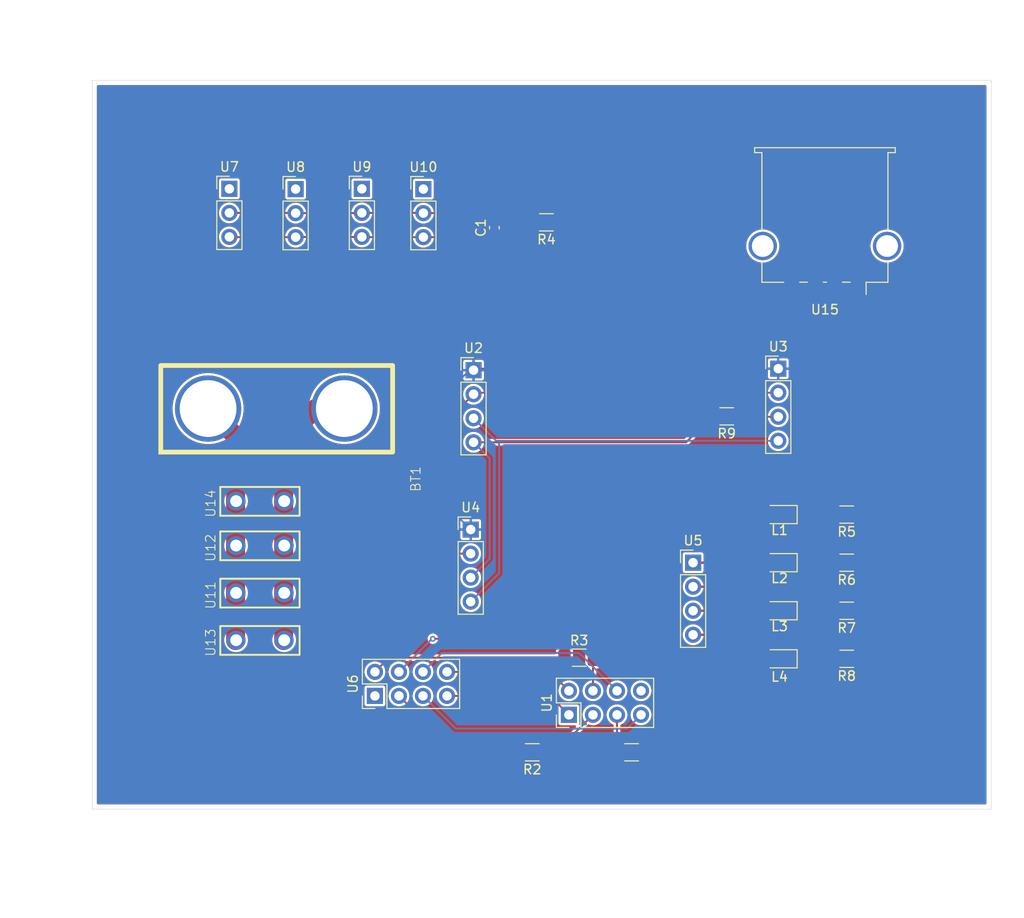
<source format=kicad_pcb>
(kicad_pcb (version 20221018) (generator pcbnew)
  (layers (0 "F.Cu" signal) (31 "B.Cu" signal) (34 "B.Paste" user) (35 "F.Paste" user) (36 "B.SilkS" user "B.Silkscreen") (37 "F.SilkS" user "F.Silkscreen") (38 "B.Mask" user) (39 "F.Mask" user) (44 "Edge.Cuts" user))
  (net 0 "")
  (net 1 "/POWER_VCC")
  (net 2 "/USB_VCC")
  (net 3 "Net-(L1-Pad1)")
  (net 4 "/LED1")
  (net 5 "Net-(L2-Pad1)")
  (net 6 "/LED2")
  (net 7 "Net-(L3-Pad1)")
  (net 8 "/LED3")
  (net 9 "Net-(L4-Pad1)")
  (net 10 "/LED4")
  (net 11 "/RASP_SPI_CLK")
  (net 12 "Net-(U1-CLK)")
  (net 13 "Net-(U1-MOSI)")
  (net 14 "/RASP_SPI_MOSI")
  (net 15 "Net-(U6-MISO)")
  (net 16 "/RASP_SPI_MISO")
  (net 17 "Net-(U15-VCC)")
  (net 18 "Net-(U3-SCL)")
  (net 19 "/SCL")
  (net 20 "/RASP_SPI_VCC")
  (net 21 "/RASP_SPI_GND")
  (net 22 "/CE0")
  (net 23 "/CE1")
  (net 25 "/GND")
  (net 26 "/VCC")
  (net 27 "/SDA")
  (footprint "Connector_PinHeader_2.54mm:PinHeader_2x04_P2.54mm_Vertical" (layer "F.Cu") (at 167.38 105.54 90)
    (fp_text reference "U6" (at 1.27 -2.33 90) (layer "F.SilkS"))
    (fp_text value "~")
    (fp_line (start -1.33 -1.33) (end 0 -1.33) (stroke (width 0.12)) (layer "F.SilkS"))
    (fp_line (start -1.33 0) (end -1.33 -1.33) (stroke (width 0.12)) (layer "F.SilkS"))
    (fp_line (start -1.33 1.27) (end -1.33 8.95) (stroke (width 0.12)) (layer "F.SilkS"))
    (fp_line (start -1.33 1.27) (end 1.27 1.27) (stroke (width 0.12)) (layer "F.SilkS"))
    (fp_line (start -1.33 8.95) (end 3.87 8.95) (stroke (width 0.12)) (layer "F.SilkS"))
    (fp_line (start 1.27 -1.33) (end 3.87 -1.33) (stroke (width 0.12)) (layer "F.SilkS"))
    (fp_line (start 1.27 1.27) (end 1.27 -1.33) (stroke (width 0.12)) (layer "F.SilkS"))
    (fp_line (start 3.87 -1.33) (end 3.87 8.95) (stroke (width 0.12)) (layer "F.SilkS"))
    (pad "1" thru_hole rect (at 0 0 90) (size 1.7 1.7) (drill 1) (layers "*.Cu" "*.Mask"))
    (pad "2" thru_hole oval (at 2.54 0 90) (size 1.7 1.7) (drill 1) (layers "*.Cu" "*.Mask") (net 15 "Net-(U6-MISO)"))
    (pad "3" thru_hole oval (at 0 2.54 90) (size 1.7 1.7) (drill 1) (layers "*.Cu" "*.Mask") (net 14 "/RASP_SPI_MOSI"))
    (pad "4" thru_hole oval (at 2.54 2.54 90) (size 1.7 1.7) (drill 1) (layers "*.Cu" "*.Mask") (net 11 "/RASP_SPI_CLK"))
    (pad "5" thru_hole oval (at 0 5.08 90) (size 1.7 1.7) (drill 1) (layers "*.Cu" "*.Mask") (net 23 "/CE1"))
    (pad "6" thru_hole oval (at 2.54 5.08 90) (size 1.7 1.7) (drill 1) (layers "*.Cu" "*.Mask") (net 22 "/CE0"))
    (pad "7" thru_hole oval (at 0 7.62 90) (size 1.7 1.7) (drill 1) (layers "*.Cu" "*.Mask") (net 20 "/RASP_SPI_VCC"))
    (pad "8" thru_hole oval (at 2.54 7.62 90) (size 1.7 1.7) (drill 1) (layers "*.Cu" "*.Mask") (net 21 "/RASP_SPI_GND"))
  )
  (footprint "Connector_PinHeader_2.54mm:PinHeader_1x04_P2.54mm_Vertical" (layer "F.Cu") (at 177.8 71.12)
    (fp_text reference "U2" (at 0 -2.33) (layer "F.SilkS"))
    (fp_text value "~")
    (fp_line (start -1.33 -1.33) (end 0 -1.33) (stroke (width 0.12)) (layer "F.SilkS"))
    (fp_line (start -1.33 0) (end -1.33 -1.33) (stroke (width 0.12)) (layer "F.SilkS"))
    (fp_line (start -1.33 1.27) (end -1.33 8.95) (stroke (width 0.12)) (layer "F.SilkS"))
    (fp_line (start -1.33 1.27) (end 1.33 1.27) (stroke (width 0.12)) (layer "F.SilkS"))
    (fp_line (start -1.33 8.95) (end 1.33 8.95) (stroke (width 0.12)) (layer "F.SilkS"))
    (fp_line (start 1.33 1.27) (end 1.33 8.95) (stroke (width 0.12)) (layer "F.SilkS"))
    (pad "1" thru_hole rect (at 0 0) (size 1.7 1.7) (drill 1) (layers "*.Cu" "*.Mask") (net 25 "/GND"))
    (pad "2" thru_hole oval (at 0 2.54) (size 1.7 1.7) (drill 1) (layers "*.Cu" "*.Mask") (net 26 "/VCC"))
    (pad "3" thru_hole oval (at 0 5.08) (size 1.7 1.7) (drill 1) (layers "*.Cu" "*.Mask") (net 27 "/SDA"))
    (pad "4" thru_hole oval (at 0 7.62) (size 1.7 1.7) (drill 1) (layers "*.Cu" "*.Mask") (net 19 "/SCL"))
  )
  (footprint "Connector_PinHeader_2.54mm:PinHeader_1x03_P2.54mm_Vertical" (layer "F.Cu") (at 152 51.96)
    (fp_text reference "U7" (at 0 -2.33) (layer "F.SilkS"))
    (fp_text value "~")
    (fp_line (start -1.33 -1.33) (end 0 -1.33) (stroke (width 0.12)) (layer "F.SilkS"))
    (fp_line (start -1.33 0) (end -1.33 -1.33) (stroke (width 0.12)) (layer "F.SilkS"))
    (fp_line (start -1.33 1.27) (end -1.33 6.41) (stroke (width 0.12)) (layer "F.SilkS"))
    (fp_line (start -1.33 1.27) (end 1.33 1.27) (stroke (width 0.12)) (layer "F.SilkS"))
    (fp_line (start -1.33 6.41) (end 1.33 6.41) (stroke (width 0.12)) (layer "F.SilkS"))
    (fp_line (start 1.33 1.27) (end 1.33 6.41) (stroke (width 0.12)) (layer "F.SilkS"))
    (pad "1" thru_hole rect (at 0 0) (size 1.7 1.7) (drill 1) (layers "*.Cu" "*.Mask"))
    (pad "2" thru_hole oval (at 0 2.54) (size 1.7 1.7) (drill 1) (layers "*.Cu" "*.Mask") (net 2 "/USB_VCC"))
    (pad "3" thru_hole oval (at 0 5.08) (size 1.7 1.7) (drill 1) (layers "*.Cu" "*.Mask") (net 1 "/POWER_VCC"))
  )
  (footprint "Resistor_SMD:R_1206_3216Metric_Pad1.30x1.75mm_HandSolder" (layer "F.Cu") (at 217.23 91.46 180)
    (fp_text reference "R6" (at 0 -1.82) (layer "F.SilkS"))
    (fp_text value "R")
    (fp_line (start -0.727064 -0.91) (end 0.727064 -0.91) (stroke (width 0.12)) (layer "F.SilkS"))
    (fp_line (start -0.727064 0.91) (end 0.727064 0.91) (stroke (width 0.12)) (layer "F.SilkS"))
    (pad "1" smd roundrect (at -1.55 0 180) (size 1.3 1.75) (layers "F.Cu" "F.Paste" "F.Mask") (roundrect_rratio 0.1923076923) (net 2 "/USB_VCC"))
    (pad "2" smd roundrect (at 1.55 0 180) (size 1.3 1.75) (layers "F.Cu" "F.Paste" "F.Mask") (roundrect_rratio 0.1923076923) (net 5 "Net-(L2-Pad1)"))
  )
  (footprint "Connector_PinHeader_2.54mm:PinHeader_2x04_P2.54mm_Vertical" (layer "F.Cu") (at 187.88 107.54 90)
    (fp_text reference "U1" (at 1.27 -2.33 90) (layer "F.SilkS"))
    (fp_text value "~")
    (fp_line (start -1.33 -1.33) (end 0 -1.33) (stroke (width 0.12)) (layer "F.SilkS"))
    (fp_line (start -1.33 0) (end -1.33 -1.33) (stroke (width 0.12)) (layer "F.SilkS"))
    (fp_line (start -1.33 1.27) (end -1.33 8.95) (stroke (width 0.12)) (layer "F.SilkS"))
    (fp_line (start -1.33 1.27) (end 1.27 1.27) (stroke (width 0.12)) (layer "F.SilkS"))
    (fp_line (start -1.33 8.95) (end 3.87 8.95) (stroke (width 0.12)) (layer "F.SilkS"))
    (fp_line (start 1.27 -1.33) (end 3.87 -1.33) (stroke (width 0.12)) (layer "F.SilkS"))
    (fp_line (start 1.27 1.27) (end 1.27 -1.33) (stroke (width 0.12)) (layer "F.SilkS"))
    (fp_line (start 3.87 -1.33) (end 3.87 8.95) (stroke (width 0.12)) (layer "F.SilkS"))
    (pad "1" thru_hole rect (at 0 0 90) (size 1.7 1.7) (drill 1) (layers "*.Cu" "*.Mask") (net 20 "/RASP_SPI_VCC"))
    (pad "2" thru_hole oval (at 2.54 0 90) (size 1.7 1.7) (drill 1) (layers "*.Cu" "*.Mask") (net 21 "/RASP_SPI_GND"))
    (pad "3" thru_hole oval (at 0 2.54 90) (size 1.7 1.7) (drill 1) (layers "*.Cu" "*.Mask") (net 13 "Net-(U1-MOSI)"))
    (pad "4" thru_hole oval (at 2.54 2.54 90) (size 1.7 1.7) (drill 1) (layers "*.Cu" "*.Mask") (net 16 "/RASP_SPI_MISO"))
    (pad "5" thru_hole oval (at 0 5.08 90) (size 1.7 1.7) (drill 1) (layers "*.Cu" "*.Mask") (net 12 "Net-(U1-CLK)"))
    (pad "6" thru_hole oval (at 2.54 5.08 90) (size 1.7 1.7) (drill 1) (layers "*.Cu" "*.Mask") (net 22 "/CE0"))
    (pad "7" thru_hole oval (at 0 7.62 90) (size 1.7 1.7) (drill 1) (layers "*.Cu" "*.Mask") (net 23 "/CE1"))
    (pad "8" thru_hole oval (at 2.54 7.62 90) (size 1.7 1.7) (drill 1) (layers "*.Cu" "*.Mask"))
  )
  (footprint "Connector_USB:USB_A_TE_292303-7_Horizontal" (layer "F.Cu") (at 214.93 55.3 180)
    (fp_text reference "U15" (at 0 -9.42) (layer "F.SilkS"))
    (fp_text value "~")
    (fp_line (start -7.43 7.17) (end -7.43 7.69) (stroke (width 0.12)) (layer "F.SilkS"))
    (fp_line (start -7.43 7.69) (end 7.43 7.69) (stroke (width 0.12)) (layer "F.SilkS"))
    (fp_line (start -6.66 -6.53) (end -6.66 -4.46) (stroke (width 0.12)) (layer "F.SilkS"))
    (fp_line (start -6.66 -6.53) (end -4.35 -6.53) (stroke (width 0.12)) (layer "F.SilkS"))
    (fp_line (start -6.66 7.17) (end -7.43 7.17) (stroke (width 0.12)) (layer "F.SilkS"))
    (fp_line (start -6.66 7.17) (end -6.66 -0.94) (stroke (width 0.12)) (layer "F.SilkS"))
    (fp_line (start -4.35 -7.82) (end -4.35 -6.53) (stroke (width 0.12)) (layer "F.SilkS"))
    (fp_line (start -2.67 -6.52) (end -1.85 -6.52) (stroke (width 0.12)) (layer "F.SilkS"))
    (fp_line (start -0.17 -6.52) (end 0.17 -6.52) (stroke (width 0.12)) (layer "F.SilkS"))
    (fp_line (start 1.85 -6.52) (end 2.67 -6.52) (stroke (width 0.12)) (layer "F.SilkS"))
    (fp_line (start 4.35 -6.53) (end 6.66 -6.53) (stroke (width 0.12)) (layer "F.SilkS"))
    (fp_line (start 6.66 -6.53) (end 6.66 -4.46) (stroke (width 0.12)) (layer "F.SilkS"))
    (fp_line (start 6.66 -0.94) (end 6.66 7.17) (stroke (width 0.12)) (layer "F.SilkS"))
    (fp_line (start 7.43 7.17) (end 6.66 7.17) (stroke (width 0.12)) (layer "F.SilkS"))
    (fp_line (start 7.43 7.69) (end 7.43 7.17) (stroke (width 0.12)) (layer "F.SilkS"))
    (pad "1" smd rect (at -3.5 -6.38 180) (size 1.25 3) (layers "F.Cu" "F.Paste" "F.Mask") (net 1 "/POWER_VCC"))
    (pad "2" smd rect (at -1 -6.38 180) (size 1.25 3) (layers "F.Cu" "F.Paste" "F.Mask"))
    (pad "3" smd rect (at 1 -6.38 180) (size 1.25 3) (layers "F.Cu" "F.Paste" "F.Mask"))
    (pad "4" smd rect (at 3.5 -6.38 180) (size 1.25 3) (layers "F.Cu" "F.Paste" "F.Mask") (net 17 "Net-(U15-VCC)"))
    (pad "5" thru_hole circle (at -6.57 -2.7 180) (size 3 3) (drill 2.3) (layers "*.Cu" "*.Mask"))
    (pad "5" thru_hole circle (at 6.57 -2.7 180) (size 3 3) (drill 2.3) (layers "*.Cu" "*.Mask"))
  )
  (footprint "Resistor_SMD:R_1206_3216Metric_Pad1.30x1.75mm_HandSolder" (layer "F.Cu") (at 217.23 86.38 180)
    (fp_text reference "R5" (at 0 -1.82) (layer "F.SilkS"))
    (fp_text value "R")
    (fp_line (start -0.727064 -0.91) (end 0.727064 -0.91) (stroke (width 0.12)) (layer "F.SilkS"))
    (fp_line (start -0.727064 0.91) (end 0.727064 0.91) (stroke (width 0.12)) (layer "F.SilkS"))
    (pad "1" smd roundrect (at -1.55 0 180) (size 1.3 1.75) (layers "F.Cu" "F.Paste" "F.Mask") (roundrect_rratio 0.1923076923) (net 2 "/USB_VCC"))
    (pad "2" smd roundrect (at 1.55 0 180) (size 1.3 1.75) (layers "F.Cu" "F.Paste" "F.Mask") (roundrect_rratio 0.1923076923) (net 3 "Net-(L1-Pad1)"))
  )
  (footprint "LED_SMD:LED_0805_2012Metric_Pad1.15x1.40mm_HandSolder" (layer "F.Cu") (at 210.135 96.54 180)
    (fp_text reference "L3" (at 0 -1.65) (layer "F.SilkS"))
    (fp_text value "R")
    (fp_line (start -1.86 -0.96) (end -1.86 0.96) (stroke (width 0.12)) (layer "F.SilkS"))
    (fp_line (start -1.86 0.96) (end 1 0.96) (stroke (width 0.12)) (layer "F.SilkS"))
    (fp_line (start 1 -0.96) (end -1.86 -0.96) (stroke (width 0.12)) (layer "F.SilkS"))
    (pad "1" smd roundrect (at -1.025 0 180) (size 1.15 1.4) (layers "F.Cu" "F.Paste" "F.Mask") (roundrect_rratio 0.2173913043) (net 7 "Net-(L3-Pad1)"))
    (pad "2" smd roundrect (at 1.025 0 180) (size 1.15 1.4) (layers "F.Cu" "F.Paste" "F.Mask") (roundrect_rratio 0.2173913043) (net 8 "/LED3"))
  )
  (footprint "Battery:awg10" (layer "F.Cu") (at 164.75 73.375 90)
    (fp_text reference "BT1" (at -9.245 6.945 90 unlocked) (layer "F.SilkS") (effects (font (thickness 0.1))))
    (fp_text value "Battery")
    (fp_rect (start -6.4 -20) (end 2.75 4.5) (stroke (width 0.5)) (fill none) (layer "F.SilkS"))
    (pad "1" thru_hole circle (at -1.8 -15 90) (size 7 7) (drill 6) (layers "*.Cu" "*.Mask") (net 1 "/POWER_VCC"))
    (pad "2" thru_hole circle (at -1.8 -0.6 90) (size 7 7) (drill 6) (layers "*.Cu" "*.Mask") (net 1 "/POWER_VCC"))
  )
  (footprint "LED_SMD:LED_0805_2012Metric_Pad1.15x1.40mm_HandSolder" (layer "F.Cu") (at 210.135 86.38 180)
    (fp_text reference "L1" (at 0 -1.65) (layer "F.SilkS"))
    (fp_text value "R")
    (fp_line (start -1.86 -0.96) (end -1.86 0.96) (stroke (width 0.12)) (layer "F.SilkS"))
    (fp_line (start -1.86 0.96) (end 1 0.96) (stroke (width 0.12)) (layer "F.SilkS"))
    (fp_line (start 1 -0.96) (end -1.86 -0.96) (stroke (width 0.12)) (layer "F.SilkS"))
    (pad "1" smd roundrect (at -1.025 0 180) (size 1.15 1.4) (layers "F.Cu" "F.Paste" "F.Mask") (roundrect_rratio 0.2173913043) (net 3 "Net-(L1-Pad1)"))
    (pad "2" smd roundrect (at 1.025 0 180) (size 1.15 1.4) (layers "F.Cu" "F.Paste" "F.Mask") (roundrect_rratio 0.2173913043) (net 4 "/LED1"))
  )
  (footprint "eso_power:eso_power" (layer "F.Cu") (at 162.8182 92.1569 90)
    (fp_text reference "U11" (at -2.7432 -12.8016 90 unlocked) (layer "F.SilkS") (effects (font (thickness 0.1))))
    (fp_text value "~")
    (fp_rect (start -4.0416 -11.782) (end -1 -3.4) (stroke (width 0.2)) (fill none) (layer "F.SilkS"))
    (pad "1" thru_hole circle (at -2.4954 -10.1056 90) (size 2 2) (drill 1.25) (layers "*.Cu" "*.Mask" "F.Paste") (net 1 "/POWER_VCC"))
    (pad "2" thru_hole circle (at -2.4954 -5.0256 90) (size 2 2) (drill 1.25) (layers "*.Cu" "*.Mask" "F.Paste") (net 1 "/POWER_VCC"))
  )
  (footprint "Connector_PinHeader_2.54mm:PinHeader_1x03_P2.54mm_Vertical" (layer "F.Cu") (at 166 51.96)
    (fp_text reference "U9" (at 0 -2.33) (layer "F.SilkS"))
    (fp_text value "~")
    (fp_line (start -1.33 -1.33) (end 0 -1.33) (stroke (width 0.12)) (layer "F.SilkS"))
    (fp_line (start -1.33 0) (end -1.33 -1.33) (stroke (width 0.12)) (layer "F.SilkS"))
    (fp_line (start -1.33 1.27) (end -1.33 6.41) (stroke (width 0.12)) (layer "F.SilkS"))
    (fp_line (start -1.33 1.27) (end 1.33 1.27) (stroke (width 0.12)) (layer "F.SilkS"))
    (fp_line (start -1.33 6.41) (end 1.33 6.41) (stroke (width 0.12)) (layer "F.SilkS"))
    (fp_line (start 1.33 1.27) (end 1.33 6.41) (stroke (width 0.12)) (layer "F.SilkS"))
    (pad "1" thru_hole rect (at 0 0) (size 1.7 1.7) (drill 1) (layers "*.Cu" "*.Mask"))
    (pad "2" thru_hole oval (at 0 2.54) (size 1.7 1.7) (drill 1) (layers "*.Cu" "*.Mask") (net 2 "/USB_VCC"))
    (pad "3" thru_hole oval (at 0 5.08) (size 1.7 1.7) (drill 1) (layers "*.Cu" "*.Mask") (net 1 "/POWER_VCC"))
  )
  (footprint "Resistor_SMD:R_1206_3216Metric_Pad1.30x1.75mm_HandSolder" (layer "F.Cu") (at 185.5 55.5 180)
    (fp_text reference "R4" (at 0 -1.82) (layer "F.SilkS"))
    (fp_text value "R")
    (fp_line (start -0.727064 -0.91) (end 0.727064 -0.91) (stroke (width 0.12)) (layer "F.SilkS"))
    (fp_line (start -0.727064 0.91) (end 0.727064 0.91) (stroke (width 0.12)) (layer "F.SilkS"))
    (pad "1" smd roundrect (at -1.55 0 180) (size 1.3 1.75) (layers "F.Cu" "F.Paste" "F.Mask") (roundrect_rratio 0.1923076923) (net 17 "Net-(U15-VCC)"))
    (pad "2" smd roundrect (at 1.55 0 180) (size 1.3 1.75) (layers "F.Cu" "F.Paste" "F.Mask") (roundrect_rratio 0.1923076923) (net 2 "/USB_VCC"))
  )
  (footprint "Connector_PinHeader_2.54mm:PinHeader_1x04_P2.54mm_Vertical" (layer "F.Cu") (at 177.5 87.96)
    (fp_text reference "U4" (at 0 -2.33) (layer "F.SilkS"))
    (fp_text value "~")
    (fp_line (start -1.33 -1.33) (end 0 -1.33) (stroke (width 0.12)) (layer "F.SilkS"))
    (fp_line (start -1.33 0) (end -1.33 -1.33) (stroke (width 0.12)) (layer "F.SilkS"))
    (fp_line (start -1.33 1.27) (end -1.33 8.95) (stroke (width 0.12)) (layer "F.SilkS"))
    (fp_line (start -1.33 1.27) (end 1.33 1.27) (stroke (width 0.12)) (layer "F.SilkS"))
    (fp_line (start -1.33 8.95) (end 1.33 8.95) (stroke (width 0.12)) (layer "F.SilkS"))
    (fp_line (start 1.33 1.27) (end 1.33 8.95) (stroke (width 0.12)) (layer "F.SilkS"))
    (pad "1" thru_hole rect (at 0 0) (size 1.7 1.7) (drill 1) (layers "*.Cu" "*.Mask") (net 25 "/GND"))
    (pad "2" thru_hole oval (at 0 2.54) (size 1.7 1.7) (drill 1) (layers "*.Cu" "*.Mask") (net 26 "/VCC"))
    (pad "3" thru_hole oval (at 0 5.08) (size 1.7 1.7) (drill 1) (layers "*.Cu" "*.Mask") (net 19 "/SCL"))
    (pad "4" thru_hole oval (at 0 7.62) (size 1.7 1.7) (drill 1) (layers "*.Cu" "*.Mask") (net 27 "/SDA"))
  )
  (footprint "eso_power:eso_power" (layer "F.Cu") (at 162.8182 82.46 90)
    (fp_text reference "U14" (at -2.7432 -12.8016 90 unlocked) (layer "F.SilkS") (effects (font (thickness 0.1))))
    (fp_text value "~")
    (fp_rect (start -4.0416 -11.782) (end -1 -3.4) (stroke (width 0.2)) (fill none) (layer "F.SilkS"))
    (pad "1" thru_hole circle (at -2.4954 -10.1056 90) (size 2 2) (drill 1.25) (layers "*.Cu" "*.Mask" "F.Paste") (net 1 "/POWER_VCC"))
    (pad "2" thru_hole circle (at -2.4954 -5.0256 90) (size 2 2) (drill 1.25) (layers "*.Cu" "*.Mask" "F.Paste") (net 1 "/POWER_VCC"))
  )
  (footprint "LED_SMD:LED_0805_2012Metric_Pad1.15x1.40mm_HandSolder" (layer "F.Cu") (at 210.135 101.62 180)
    (fp_text reference "L4" (at 0 -1.905) (layer "F.SilkS"))
    (fp_text value "R")
    (fp_line (start -1.86 -0.96) (end -1.86 0.96) (stroke (width 0.12)) (layer "F.SilkS"))
    (fp_line (start -1.86 0.96) (end 1 0.96) (stroke (width 0.12)) (layer "F.SilkS"))
    (fp_line (start 1 -0.96) (end -1.86 -0.96) (stroke (width 0.12)) (layer "F.SilkS"))
    (pad "1" smd roundrect (at -1.025 0 180) (size 1.15 1.4) (layers "F.Cu" "F.Paste" "F.Mask") (roundrect_rratio 0.2173913043) (net 9 "Net-(L4-Pad1)"))
    (pad "2" smd roundrect (at 1.025 0 180) (size 1.15 1.4) (layers "F.Cu" "F.Paste" "F.Mask") (roundrect_rratio 0.2173913043) (net 10 "/LED4"))
  )
  (footprint "Connector_PinHeader_2.54mm:PinHeader_1x04_P2.54mm_Vertical" (layer "F.Cu") (at 210 70.96)
    (fp_text reference "U3" (at 0 -2.33) (layer "F.SilkS"))
    (fp_text value "~")
    (fp_line (start -1.33 -1.33) (end 0 -1.33) (stroke (width 0.12)) (layer "F.SilkS"))
    (fp_line (start -1.33 0) (end -1.33 -1.33) (stroke (width 0.12)) (layer "F.SilkS"))
    (fp_line (start -1.33 1.27) (end -1.33 8.95) (stroke (width 0.12)) (layer "F.SilkS"))
    (fp_line (start -1.33 1.27) (end 1.33 1.27) (stroke (width 0.12)) (layer "F.SilkS"))
    (fp_line (start -1.33 8.95) (end 1.33 8.95) (stroke (width 0.12)) (layer "F.SilkS"))
    (fp_line (start 1.33 1.27) (end 1.33 8.95) (stroke (width 0.12)) (layer "F.SilkS"))
    (pad "1" thru_hole rect (at 0 0) (size 1.7 1.7) (drill 1) (layers "*.Cu" "*.Mask") (net 25 "/GND"))
    (pad "2" thru_hole oval (at 0 2.54) (size 1.7 1.7) (drill 1) (layers "*.Cu" "*.Mask") (net 26 "/VCC"))
    (pad "3" thru_hole oval (at 0 5.08) (size 1.7 1.7) (drill 1) (layers "*.Cu" "*.Mask") (net 18 "Net-(U3-SCL)"))
    (pad "4" thru_hole oval (at 0 7.62) (size 1.7 1.7) (drill 1) (layers "*.Cu" "*.Mask") (net 27 "/SDA"))
  )
  (footprint "eso_power:eso_power" (layer "F.Cu") (at 162.8182 97.1569 90)
    (fp_text reference "U13" (at -2.7432 -12.8016 90 unlocked) (layer "F.SilkS") (effects (font (thickness 0.1))))
    (fp_text value "~")
    (fp_rect (start -4.0416 -11.782) (end -1 -3.4) (stroke (width 0.2)) (fill none) (layer "F.SilkS"))
    (pad "1" thru_hole circle (at -2.4954 -10.1056 90) (size 2 2) (drill 1.25) (layers "*.Cu" "*.Mask" "F.Paste") (net 1 "/POWER_VCC"))
    (pad "2" thru_hole circle (at -2.4954 -5.0256 90) (size 2 2) (drill 1.25) (layers "*.Cu" "*.Mask" "F.Paste") (net 1 "/POWER_VCC"))
  )
  (footprint "Resistor_SMD:R_1206_3216Metric_Pad1.30x1.75mm_HandSolder" (layer "F.Cu") (at 184 111.5 180)
    (fp_text reference "R2" (at 0 -1.82) (layer "F.SilkS"))
    (fp_text value "R")
    (fp_line (start -0.727064 -0.91) (end 0.727064 -0.91) (stroke (width 0.12)) (layer "F.SilkS"))
    (fp_line (start -0.727064 0.91) (end 0.727064 0.91) (stroke (width 0.12)) (layer "F.SilkS"))
    (pad "1" smd roundrect (at -1.55 0 180) (size 1.3 1.75) (layers "F.Cu" "F.Paste" "F.Mask") (roundrect_rratio 0.1923076923) (net 13 "Net-(U1-MOSI)"))
    (pad "2" smd roundrect (at 1.55 0 180) (size 1.3 1.75) (layers "F.Cu" "F.Paste" "F.Mask") (roundrect_rratio 0.1923076923) (net 14 "/RASP_SPI_MOSI"))
  )
  (footprint "Connector_PinHeader_2.54mm:PinHeader_1x03_P2.54mm_Vertical" (layer "F.Cu") (at 172.5 51.985)
    (fp_text reference "U10" (at 0 -2.33) (layer "F.SilkS"))
    (fp_text value "~")
    (fp_line (start -1.33 -1.33) (end 0 -1.33) (stroke (width 0.12)) (layer "F.SilkS"))
    (fp_line (start -1.33 0) (end -1.33 -1.33) (stroke (width 0.12)) (layer "F.SilkS"))
    (fp_line (start -1.33 1.27) (end -1.33 6.41) (stroke (width 0.12)) (layer "F.SilkS"))
    (fp_line (start -1.33 1.27) (end 1.33 1.27) (stroke (width 0.12)) (layer "F.SilkS"))
    (fp_line (start -1.33 6.41) (end 1.33 6.41) (stroke (width 0.12)) (layer "F.SilkS"))
    (fp_line (start 1.33 1.27) (end 1.33 6.41) (stroke (width 0.12)) (layer "F.SilkS"))
    (pad "1" thru_hole rect (at 0 0) (size 1.7 1.7) (drill 1) (layers "*.Cu" "*.Mask"))
    (pad "2" thru_hole oval (at 0 2.54) (size 1.7 1.7) (drill 1) (layers "*.Cu" "*.Mask") (net 2 "/USB_VCC"))
    (pad "3" thru_hole oval (at 0 5.08) (size 1.7 1.7) (drill 1) (layers "*.Cu" "*.Mask") (net 1 "/POWER_VCC"))
  )
  (footprint "eso_power:eso_power" (layer "F.Cu") (at 162.8182 87.1569 90)
    (fp_text reference "U12" (at -2.7432 -12.8016 90 unlocked) (layer "F.SilkS") (effects (font (thickness 0.1))))
    (fp_text value "~")
    (fp_rect (start -4.0416 -11.782) (end -1 -3.4) (stroke (width 0.2)) (fill none) (layer "F.SilkS"))
    (pad "1" thru_hole circle (at -2.4954 -10.1056 90) (size 2 2) (drill 1.25) (layers "*.Cu" "*.Mask" "F.Paste") (net 1 "/POWER_VCC"))
    (pad "2" thru_hole circle (at -2.4954 -5.0256 90) (size 2 2) (drill 1.25) (layers "*.Cu" "*.Mask" "F.Paste") (net 1 "/POWER_VCC"))
  )
  (footprint "Connector_PinHeader_2.54mm:PinHeader_1x04_P2.54mm_Vertical" (layer "F.Cu") (at 201 91.46)
    (fp_text reference "U5" (at 0 -2.33) (layer "F.SilkS"))
    (fp_text value "~")
    (fp_line (start -1.33 -1.33) (end 0 -1.33) (stroke (width 0.12)) (layer "F.SilkS"))
    (fp_line (start -1.33 0) (end -1.33 -1.33) (stroke (width 0.12)) (layer "F.SilkS"))
    (fp_line (start -1.33 1.27) (end -1.33 8.95) (stroke (width 0.12)) (layer "F.SilkS"))
    (fp_line (start -1.33 1.27) (end 1.33 1.27) (stroke (width 0.12)) (layer "F.SilkS"))
    (fp_line (start -1.33 8.95) (end 1.33 8.95) (stroke (width 0.12)) (layer "F.SilkS"))
    (fp_line (start 1.33 1.27) (end 1.33 8.95) (stroke (width 0.12)) (layer "F.SilkS"))
    (pad "1" thru_hole rect (at 0 0) (size 1.7 1.7) (drill 1) (layers "*.Cu" "*.Mask") (net 4 "/LED1"))
    (pad "2" thru_hole oval (at 0 2.54) (size 1.7 1.7) (drill 1) (layers "*.Cu" "*.Mask") (net 6 "/LED2"))
    (pad "3" thru_hole oval (at 0 5.08) (size 1.7 1.7) (drill 1) (layers "*.Cu" "*.Mask") (net 8 "/LED3"))
    (pad "4" thru_hole oval (at 0 7.62) (size 1.7 1.7) (drill 1) (layers "*.Cu" "*.Mask") (net 10 "/LED4"))
  )
  (footprint "Resistor_SMD:R_1206_3216Metric_Pad1.30x1.75mm_HandSolder" (layer "F.Cu") (at 188.96 101.5)
    (fp_text reference "R3" (at 0 -1.82) (layer "F.SilkS"))
    (fp_text value "R")
    (fp_line (start -0.727064 -0.91) (end 0.727064 -0.91) (stroke (width 0.12)) (layer "F.SilkS"))
    (fp_line (start -0.727064 0.91) (end 0.727064 0.91) (stroke (width 0.12)) (layer "F.SilkS"))
    (pad "1" smd roundrect (at -1.55 0) (size 1.3 1.75) (layers "F.Cu" "F.Paste" "F.Mask") (roundrect_rratio 0.1923076923) (net 15 "Net-(U6-MISO)"))
    (pad "2" smd roundrect (at 1.55 0) (size 1.3 1.75) (layers "F.Cu" "F.Paste" "F.Mask") (roundrect_rratio 0.1923076923) (net 16 "/RASP_SPI_MISO"))
  )
  (footprint "Capacitor_SMD:C_0603_1608Metric" (layer "F.Cu") (at 180 56.065 90)
    (fp_text reference "C1" (at 0 -1.43 90) (layer "F.SilkS"))
    (fp_text value "C")
    (fp_line (start -0.14058 -0.51) (end 0.14058 -0.51) (stroke (width 0.12)) (layer "F.SilkS"))
    (fp_line (start -0.14058 0.51) (end 0.14058 0.51) (stroke (width 0.12)) (layer "F.SilkS"))
    (pad "1" smd roundrect (at -0.775 0 90) (size 0.9 0.95) (layers "F.Cu" "F.Paste" "F.Mask") (net 1 "/POWER_VCC"))
    (pad "2" smd roundrect (at 0.775 0 90) (size 0.9 0.95) (layers "F.Cu" "F.Paste" "F.Mask") (net 2 "/USB_VCC"))
  )
  (footprint "Connector_PinHeader_2.54mm:PinHeader_1x03_P2.54mm_Vertical" (layer "F.Cu") (at 159 51.985)
    (fp_text reference "U8" (at 0 -2.33) (layer "F.SilkS"))
    (fp_text value "~")
    (fp_line (start -1.33 -1.33) (end 0 -1.33) (stroke (width 0.12)) (layer "F.SilkS"))
    (fp_line (start -1.33 0) (end -1.33 -1.33) (stroke (width 0.12)) (layer "F.SilkS"))
    (fp_line (start -1.33 1.27) (end -1.33 6.41) (stroke (width 0.12)) (layer "F.SilkS"))
    (fp_line (start -1.33 1.27) (end 1.33 1.27) (stroke (width 0.12)) (layer "F.SilkS"))
    (fp_line (start -1.33 6.41) (end 1.33 6.41) (stroke (width 0.12)) (layer "F.SilkS"))
    (fp_line (start 1.33 1.27) (end 1.33 6.41) (stroke (width 0.12)) (layer "F.SilkS"))
    (pad "1" thru_hole rect (at 0 0) (size 1.7 1.7) (drill 1) (layers "*.Cu" "*.Mask"))
    (pad "2" thru_hole oval (at 0 2.54) (size 1.7 1.7) (drill 1) (layers "*.Cu" "*.Mask") (net 2 "/USB_VCC"))
    (pad "3" thru_hole oval (at 0 5.08) (size 1.7 1.7) (drill 1) (layers "*.Cu" "*.Mask") (net 1 "/POWER_VCC"))
  )
  (footprint "Resistor_SMD:R_1206_3216Metric_Pad1.30x1.75mm_HandSolder" (layer "F.Cu") (at 204.55 76 180)
    (fp_text reference "R9" (at 0 -1.82) (layer "F.SilkS"))
    (fp_text value "R")
    (fp_line (start -0.727064 -0.91) (end 0.727064 -0.91) (stroke (width 0.12)) (layer "F.SilkS"))
    (fp_line (start -0.727064 0.91) (end 0.727064 0.91) (stroke (width 0.12)) (layer "F.SilkS"))
    (pad "1" smd roundrect (at -1.55 0 180) (size 1.3 1.75) (layers "F.Cu" "F.Paste" "F.Mask") (roundrect_rratio 0.1923076923) (net 18 "Net-(U3-SCL)"))
    (pad "2" smd roundrect (at 1.55 0 180) (size 1.3 1.75) (layers "F.Cu" "F.Paste" "F.Mask") (roundrect_rratio 0.1923076923) (net 19 "/SCL"))
  )
  (footprint "LED_SMD:LED_0805_2012Metric_Pad1.15x1.40mm_HandSolder" (layer "F.Cu") (at 210.135 91.46 180)
    (fp_text reference "L2" (at 0 -1.65) (layer "F.SilkS"))
    (fp_text value "R")
    (fp_line (start -1.86 -0.96) (end -1.86 0.96) (stroke (width 0.12)) (layer "F.SilkS"))
    (fp_line (start -1.86 0.96) (end 1 0.96) (stroke (width 0.12)) (layer "F.SilkS"))
    (fp_line (start 1 -0.96) (end -1.86 -0.96) (stroke (width 0.12)) (layer "F.SilkS"))
    (pad "1" smd roundrect (at -1.025 0 180) (size 1.15 1.4) (layers "F.Cu" "F.Paste" "F.Mask") (roundrect_rratio 0.2173913043) (net 5 "Net-(L2-Pad1)"))
    (pad "2" smd roundrect (at 1.025 0 180) (size 1.15 1.4) (layers "F.Cu" "F.Paste" "F.Mask") (roundrect_rratio 0.2173913043) (net 6 "/LED2"))
  )
  (footprint "Resistor_SMD:R_1206_3216Metric_Pad1.30x1.75mm_HandSolder" (layer "F.Cu") (at 217.23 96.54 180)
    (fp_text reference "R7" (at 0 -1.82) (layer "F.SilkS"))
    (fp_text value "R")
    (fp_line (start -0.727064 -0.91) (end 0.727064 -0.91) (stroke (width 0.12)) (layer "F.SilkS"))
    (fp_line (start -0.727064 0.91) (end 0.727064 0.91) (stroke (width 0.12)) (layer "F.SilkS"))
    (pad "1" smd roundrect (at -1.55 0 180) (size 1.3 1.75) (layers "F.Cu" "F.Paste" "F.Mask") (roundrect_rratio 0.1923076923) (net 2 "/USB_VCC"))
    (pad "2" smd roundrect (at 1.55 0 180) (size 1.3 1.75) (layers "F.Cu" "F.Paste" "F.Mask") (roundrect_rratio 0.1923076923) (net 7 "Net-(L3-Pad1)"))
  )
  (footprint "Resistor_SMD:R_1206_3216Metric_Pad1.30x1.75mm_HandSolder" (layer "F.Cu") (at 217.23 101.62 180)
    (fp_text reference "R8" (at 0 -1.82) (layer "F.SilkS"))
    (fp_text value "R")
    (fp_line (start -0.727064 -0.91) (end 0.727064 -0.91) (stroke (width 0.12)) (layer "F.SilkS"))
    (fp_line (start -0.727064 0.91) (end 0.727064 0.91) (stroke (width 0.12)) (layer "F.SilkS"))
    (pad "1" smd roundrect (at -1.55 0 180) (size 1.3 1.75) (layers "F.Cu" "F.Paste" "F.Mask") (roundrect_rratio 0.1923076923) (net 2 "/USB_VCC"))
    (pad "2" smd roundrect (at 1.55 0 180) (size 1.3 1.75) (layers "F.Cu" "F.Paste" "F.Mask") (roundrect_rratio 0.1923076923) (net 9 "Net-(L4-Pad1)"))
  )
  (footprint "Resistor_SMD:R_1206_3216Metric_Pad1.30x1.75mm_HandSolder" (layer "F.Cu") (at 194.5 111.5 180)
    (fp_text reference "R1" hide)
    (fp_text value "R")
    (fp_line (start -0.727064 -0.91) (end 0.727064 -0.91) (stroke (width 0.12)) (layer "F.SilkS"))
    (fp_line (start -0.727064 0.91) (end 0.727064 0.91) (stroke (width 0.12)) (layer "F.SilkS"))
    (pad "1" smd roundrect (at -1.55 0 180) (size 1.3 1.75) (layers "F.Cu" "F.Paste" "F.Mask") (roundrect_rratio 0.1923076923) (net 11 "/RASP_SPI_CLK"))
    (pad "2" smd roundrect (at 1.55 0 180) (size 1.3 1.75) (layers "F.Cu" "F.Paste" "F.Mask") (roundrect_rratio 0.1923076923) (net 12 "Net-(U1-CLK)"))
  )
  (gr_line (start 137.5 40.5) (end 232.5 40.5) (stroke (width 0.05)) (layer "Edge.Cuts"))
  (gr_line (start 232.5 40.5) (end 232.5 117.5) (stroke (width 0.05)) (layer "Edge.Cuts"))
  (gr_line (start 137.5 40.5) (end 137.5 117.5) (stroke (width 0.05)) (layer "Edge.Cuts"))
  (gr_line (start 137.5 117.5) (end 232.5 117.5) (stroke (width 0.05)) (layer "Edge.Cuts"))
  (segment (start 166 57.04) (end 159.025 57.04) (width 0.2) (layer "F.Cu") (net 1))
  (segment (start 179.775 57.065) (end 172.5 57.065) (width 0.2) (layer "F.Cu") (net 1))
  (segment (start 172.5 57.065) (end 166.025 57.065) (width 0.2) (layer "F.Cu") (net 1))
  (segment (start 217 65) (end 188.16 65) (width 0.2) (layer "F.Cu") (net 1))
  (segment (start 152.6582 85) (end 152.6582 89.6969) (width 2) (layer "F.Cu") (net 1))
  (segment (start 166.025 57.065) (end 166 57.04) (width 0.2) (layer "F.Cu") (net 1))
  (segment (start 159 57.065) (end 152.025 57.065) (width 0.2) (layer "F.Cu") (net 1))
  (segment (start 157.7382 89.6969) (end 157.7382 94.6969) (width 2) (layer "F.Cu") (net 1))
  (segment (start 157.7382 78.5326) (end 157.7382 85) (width 2) (layer "F.Cu") (net 1))
  (segment (start 218.43 61.68) (end 218.43 63.57) (width 0.2) (layer "F.Cu") (net 1))
  (segment (start 152.6582 94.6969) (end 152.6582 99.6969) (width 2) (layer "F.Cu") (net 1))
  (segment (start 152.6582 85) (end 152.6582 78.0832) (width 2) (layer "F.Cu") (net 1))
  (segment (start 164.15 75.175) (end 161.0958 75.175) (width 2) (layer "F.Cu") (net 1))
  (segment (start 149.75 75.175) (end 152.6884 75.175) (width 0.2) (layer "F.Cu") (net 1))
  (segment (start 152.6582 89.6969) (end 152.6582 94.6969) (width 2) (layer "F.Cu") (net 1))
  (segment (start 157.7382 85) (end 157.7382 89.6969) (width 2) (layer "F.Cu") (net 1))
  (segment (start 159.025 57.04) (end 159 57.065) (width 0.2) (layer "F.Cu") (net 1))
  (segment (start 180 56.84) (end 179.775 57.065) (width 0.2) (layer "F.Cu") (net 1))
  (segment (start 152.025 57.065) (end 152 57.04) (width 0.2) (layer "F.Cu") (net 1))
  (segment (start 152.6582 78.0832) (end 149.75 75.175) (width 2) (layer "F.Cu") (net 1))
  (segment (start 157.7382 94.6969) (end 157.7382 99.6969) (width 2) (layer "F.Cu") (net 1))
  (segment (start 218.43 63.57) (end 217 65) (width 0.2) (layer "F.Cu") (net 1))
  (segment (start 161.0958 75.175) (end 157.7382 78.5326) (width 2) (layer "F.Cu") (net 1))
  (segment (start 152.6884 75.175) (end 152.9898 74.8736) (width 0.2) (layer "F.Cu") (net 1))
  (segment (start 188.16 65) (end 180 56.84) (width 0.2) (layer "F.Cu") (net 1))
  (segment (start 179.235 54.525) (end 180 55.29) (width 0.2) (layer "F.Cu") (net 2))
  (segment (start 180 55.29) (end 183.74 55.29) (width 0.2) (layer "F.Cu") (net 2))
  (segment (start 172.5 54.525) (end 179 54.525) (width 0.2) (layer "F.Cu") (net 2))
  (segment (start 224.5 55) (end 221 51.5) (width 0.25) (layer "F.Cu") (net 2))
  (segment (start 224.5 65.5) (end 224.5 55) (width 0.25) (layer "F.Cu") (net 2))
  (segment (start 166 54.5) (end 172.475 54.5) (width 0.2) (layer "F.Cu") (net 2))
  (segment (start 152 54.5) (end 158.975 54.5) (width 0.2) (layer "F.Cu") (net 2))
  (segment (start 158.975 54.5) (end 159 54.525) (width 0.2) (layer "F.Cu") (net 2))
  (segment (start 165.975 54.525) (end 166 54.5) (width 0.2) (layer "F.Cu") (net 2))
  (segment (start 179 54.525) (end 179.235 54.525) (width 0.2) (layer "F.Cu") (net 2))
  (segment (start 218.78 86.38) (end 218.78 71.22) (width 0.25) (layer "F.Cu") (net 2))
  (segment (start 218.78 96.54) (end 218.78 91.46) (width 0.25) (layer "F.Cu") (net 2))
  (segment (start 182.025 51.5) (end 179 54.525) (width 0.25) (layer "F.Cu") (net 2))
  (segment (start 218.78 101.62) (end 218.78 96.54) (width 0.25) (layer "F.Cu") (net 2))
  (segment (start 159 54.525) (end 165.975 54.525) (width 0.2) (layer "F.Cu") (net 2))
  (segment (start 218.78 91.46) (end 218.78 86.38) (width 0.25) (layer "F.Cu") (net 2))
  (segment (start 172.475 54.5) (end 172.5 54.525) (width 0.2) (layer "F.Cu") (net 2))
  (segment (start 218.78 71.22) (end 224.5 65.5) (width 0.25) (layer "F.Cu") (net 2))
  (segment (start 221 51.5) (end 182.025 51.5) (width 0.25) (layer "F.Cu") (net 2))
  (segment (start 183.74 55.29) (end 183.95 55.5) (width 0.2) (layer "F.Cu") (net 2))
  (segment (start 211.16 86.38) (end 215.68 86.38) (width 0.25) (layer "F.Cu") (net 3))
  (segment (start 204.03 91.46) (end 209.11 86.38) (width 0.25) (layer "F.Cu") (net 4))
  (segment (start 201 91.46) (end 204.03 91.46) (width 0.25) (layer "F.Cu") (net 4))
  (segment (start 211.16 91.46) (end 215.68 91.46) (width 0.25) (layer "F.Cu") (net 5))
  (segment (start 201 94) (end 206.57 94) (width 0.25) (layer "F.Cu") (net 6))
  (segment (start 206.57 94) (end 209.11 91.46) (width 0.25) (layer "F.Cu") (net 6))
  (segment (start 211.16 96.54) (end 215.68 96.54) (width 0.25) (layer "F.Cu") (net 7))
  (segment (start 201 96.54) (end 209.11 96.54) (width 0.25) (layer "F.Cu") (net 8))
  (segment (start 211.16 101.62) (end 215.68 101.62) (width 0.25) (layer "F.Cu") (net 9))
  (segment (start 201 99.08) (end 206.57 99.08) (width 0.25) (layer "F.Cu") (net 10))
  (segment (start 206.57 99.08) (end 209.11 101.62) (width 0.25) (layer "F.Cu") (net 10))
  (segment (start 196.05 111.5) (end 196.65 110.9) (width 0.2) (layer "F.Cu") (net 11))
  (segment (start 193.5 99.5) (end 173.5 99.5) (width 0.2) (layer "F.Cu") (net 11))
  (segment (start 198.5 109) (end 198.5 104.5) (width 0.2) (layer "F.Cu") (net 11))
  (segment (start 198.5 104.5) (end 193.5 99.5) (width 0.2) (layer "F.Cu") (net 11))
  (segment (start 196.65 110.85) (end 198.5 109) (width 0.2) (layer "F.Cu") (net 11))
  (segment (start 196.65 110.9) (end 196.65 110.85) (width 0.2) (layer "F.Cu") (net 11))
  (via (at 173.5 99.5) (size 0.6) (drill 0.3) (layers "F.Cu" "B.Cu") (net 11))
  (segment (start 173.42 99.5) (end 169.92 103) (width 0.2) (layer "B.Cu") (net 11))
  (segment (start 173.5 99.5) (end 173.42 99.5) (width 0.2) (layer "B.Cu") (net 11))
  (segment (start 192.96 107.54) (end 192.96 111.49) (width 0.2) (layer "F.Cu") (net 12))
  (segment (start 190.42 107.54) (end 186.46 111.5) (width 0.2) (layer "F.Cu") (net 13))
  (segment (start 186.46 111.5) (end 185.55 111.5) (width 0.2) (layer "F.Cu") (net 13))
  (segment (start 175.88 111.5) (end 169.92 105.54) (width 0.2) (layer "F.Cu") (net 14))
  (segment (start 182.45 111.5) (end 175.88 111.5) (width 0.2) (layer "F.Cu") (net 14))
  (segment (start 187.41 101.5) (end 168.88 101.5) (width 0.2) (layer "F.Cu") (net 15))
  (segment (start 168.88 101.5) (end 167.38 103) (width 0.2) (layer "F.Cu") (net 15))
  (segment (start 190.42 101.59) (end 190.51 101.5) (width 0.2) (layer "F.Cu") (net 16))
  (segment (start 190.42 105) (end 190.42 101.59) (width 0.2) (layer "F.Cu") (net 16))
  (segment (start 187.05 55.5) (end 193.23 61.68) (width 0.2) (layer "F.Cu") (net 17))
  (segment (start 211.43 61.68) (end 193.23 61.68) (width 0.25) (layer "F.Cu") (net 17))
  (segment (start 210 76.04) (end 206.14 76.04) (width 0.2) (layer "F.Cu") (net 18))
  (segment (start 206.14 76.04) (end 206.1 76) (width 0.2) (layer "F.Cu") (net 18))
  (segment (start 200.26 78.74) (end 177.8 78.74) (width 0.2) (layer "F.Cu") (net 19))
  (segment (start 203 76) (end 200.26 78.74) (width 0.2) (layer "F.Cu") (net 19))
  (segment (start 179.5 91.04) (end 179.5 80.44) (width 0.2) (layer "B.Cu") (net 19))
  (segment (start 179.5 80.44) (end 177.8 78.74) (width 0.2) (layer "B.Cu") (net 19))
  (segment (start 177.5 93.04) (end 179.5 91.04) (width 0.2) (layer "B.Cu") (net 19))
  (segment (start 175 105.54) (end 185.88 105.54) (width 0.2) (layer "F.Cu") (net 20))
  (segment (start 185.88 105.54) (end 187.88 107.54) (width 0.2) (layer "F.Cu") (net 20))
  (segment (start 185.88 103) (end 187.88 105) (width 0.2) (layer "F.Cu") (net 21))
  (segment (start 175 103) (end 185.88 103) (width 0.2) (layer "F.Cu") (net 21))
  (segment (start 192.96 105) (end 188.96 101) (width 0.2) (layer "B.Cu") (net 22))
  (segment (start 174.46 101) (end 172.46 103) (width 0.2) (layer "B.Cu") (net 22))
  (segment (start 188.96 101) (end 174.46 101) (width 0.2) (layer "B.Cu") (net 22))
  (segment (start 195.5 107.54) (end 194.04 109) (width 0.2) (layer "B.Cu") (net 23))
  (segment (start 194.04 109) (end 175.92 109) (width 0.2) (layer "B.Cu") (net 23))
  (segment (start 175.92 109) (end 172.46 105.54) (width 0.2) (layer "B.Cu") (net 23))
  (segment (start 177.96 70.96) (end 177.8 71.12) (width 0.2) (layer "F.Cu") (net 25))
  (segment (start 210 70.96) (end 177.96 70.96) (width 0.2) (layer "F.Cu") (net 25))
  (segment (start 177.38 71.12) (end 177.8 71.12) (width 0.2) (layer "B.Cu") (net 25))
  (segment (start 177.5 87.96) (end 175 85.46) (width 0.2) (layer "B.Cu") (net 25))
  (segment (start 175 85.46) (end 175 73.5) (width 0.2) (layer "B.Cu") (net 25))
  (segment (start 175 73.5) (end 177.38 71.12) (width 0.2) (layer "B.Cu") (net 25))
  (segment (start 177.5 90.5) (end 175.5 90.5) (width 0.2) (layer "F.Cu") (net 26))
  (segment (start 175.5 90.5) (end 173.5 88.5) (width 0.2) (layer "F.Cu") (net 26))
  (segment (start 173.5 88.5) (end 173.5 78) (width 0.2) (layer "F.Cu") (net 26))
  (segment (start 175 76.5) (end 175 76.46) (width 0.2) (layer "F.Cu") (net 26))
  (segment (start 210 73.5) (end 177.96 73.5) (width 0.2) (layer "F.Cu") (net 26))
  (segment (start 177.96 73.5) (end 177.8 73.66) (width 0.2) (layer "F.Cu") (net 26))
  (segment (start 173.5 78) (end 175 76.5) (width 0.2) (layer "F.Cu") (net 26))
  (segment (start 175 76.46) (end 177.8 73.66) (width 0.2) (layer "F.Cu") (net 26))
  (segment (start 180.5 78.58) (end 180.18 78.58) (width 0.2) (layer "B.Cu") (net 27))
  (segment (start 210 78.58) (end 180.5 78.58) (width 0.2) (layer "B.Cu") (net 27))
  (segment (start 180.18 78.58) (end 177.8 76.2) (width 0.2) (layer "B.Cu") (net 27))
  (segment (start 180.5 92.58) (end 180.5 78.58) (width 0.2) (layer "B.Cu") (net 27))
  (segment (start 177.5 95.58) (end 180.5 92.58) (width 0.2) (layer "B.Cu") (net 27))
  (zone (net 25) (net_name "/GND") (layer "F.Cu") (connect_pads (clearance 0.254)) (min_thickness 0.254) (fill yes (thermal_gap 0.254) (thermal_bridge_width 0.254))
    (polygon (pts (xy 129.794 34.544) (xy 233.934 35.052) (xy 233.934 126.746) (xy 130.81 127.254)))
  )
  (zone (net 25) (net_name "/GND") (layer "B.Cu") (priority 1) (connect_pads (clearance 0.254)) (min_thickness 0.254) (fill yes (thermal_gap 0.254) (thermal_bridge_width 0.254))
    (polygon (pts (xy 127.762 32.004) (xy 235.458 33.02) (xy 235.966 128.016) (xy 129.286 129.032)))
  )
)
</source>
